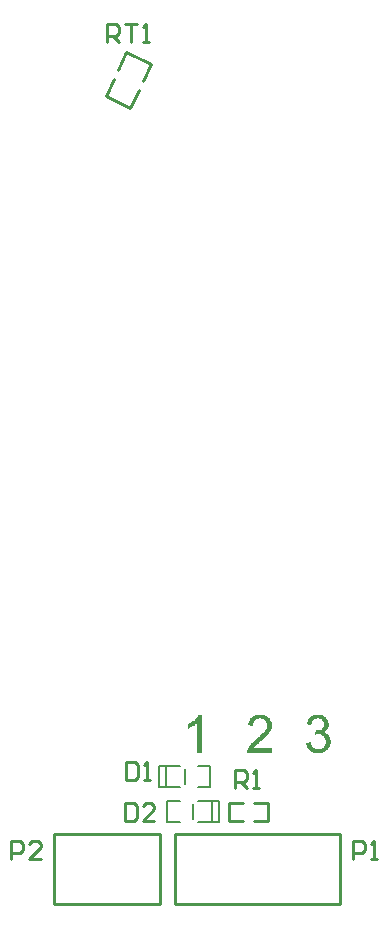
<source format=gto>
%FSLAX25Y25*%
%MOIN*%
G70*
G01*
G75*
%ADD10R,0.03800X0.03500*%
G04:AMPARAMS|DCode=11|XSize=39.37mil|YSize=50mil|CornerRadius=0mil|HoleSize=0mil|Usage=FLASHONLY|Rotation=65.000|XOffset=0mil|YOffset=0mil|HoleType=Round|Shape=Rectangle|*
%AMROTATEDRECTD11*
4,1,4,0.01434,-0.02841,-0.03098,-0.00728,-0.01434,0.02841,0.03098,0.00728,0.01434,-0.02841,0.0*
%
%ADD11ROTATEDRECTD11*%

%ADD12R,0.04000X0.05000*%
G04:AMPARAMS|DCode=13|XSize=40mil|YSize=50mil|CornerRadius=10mil|HoleSize=0mil|Usage=FLASHONLY|Rotation=0.000|XOffset=0mil|YOffset=0mil|HoleType=Round|Shape=RoundedRectangle|*
%AMROUNDEDRECTD13*
21,1,0.04000,0.03000,0,0,0.0*
21,1,0.02000,0.05000,0,0,0.0*
1,1,0.02000,0.01000,-0.01500*
1,1,0.02000,-0.01000,-0.01500*
1,1,0.02000,-0.01000,0.01500*
1,1,0.02000,0.01000,0.01500*
%
%ADD13ROUNDEDRECTD13*%
%ADD14R,0.11811X0.19685*%
%ADD15C,0.01000*%
%ADD16C,0.03937*%
%ADD17C,0.11811*%
%ADD18C,0.00500*%
%ADD19C,0.00600*%
G36*
X398352Y51181D02*
X396795D01*
Y61060D01*
X396776Y61041D01*
X396699Y60964D01*
X396565Y60868D01*
X396392Y60733D01*
X396180Y60561D01*
X395930Y60387D01*
X395642Y60176D01*
X395315Y59984D01*
X395296D01*
X395277Y59965D01*
X395162Y59888D01*
X394988Y59792D01*
X394777Y59676D01*
X394527Y59542D01*
X394258Y59426D01*
X393970Y59292D01*
X393701Y59177D01*
Y60695D01*
X393720D01*
X393758Y60714D01*
X393835Y60753D01*
X393912Y60810D01*
X394027Y60868D01*
X394162Y60926D01*
X394470Y61099D01*
X394815Y61310D01*
X395200Y61560D01*
X395584Y61848D01*
X395950Y62156D01*
X395969Y62175D01*
X395988Y62194D01*
X396103Y62309D01*
X396276Y62483D01*
X396488Y62694D01*
X396718Y62963D01*
X396949Y63251D01*
X397160Y63559D01*
X397333Y63866D01*
X398352D01*
Y51181D01*
D02*
G37*
G36*
X418095Y63847D02*
X418249Y63828D01*
X418422Y63809D01*
X418614Y63789D01*
X418825Y63732D01*
X419286Y63616D01*
X419767Y63443D01*
X420017Y63328D01*
X420247Y63194D01*
X420459Y63021D01*
X420670Y62848D01*
X420689Y62828D01*
X420709Y62809D01*
X420766Y62752D01*
X420843Y62675D01*
X420920Y62559D01*
X421016Y62444D01*
X421208Y62156D01*
X421401Y61791D01*
X421573Y61368D01*
X421708Y60887D01*
X421727Y60618D01*
X421746Y60349D01*
Y60311D01*
Y60215D01*
X421727Y60061D01*
X421708Y59869D01*
X421670Y59638D01*
X421612Y59388D01*
X421535Y59119D01*
X421420Y58850D01*
X421401Y58811D01*
X421362Y58715D01*
X421285Y58581D01*
X421170Y58389D01*
X421035Y58158D01*
X420862Y57889D01*
X420632Y57620D01*
X420382Y57312D01*
X420343Y57274D01*
X420247Y57158D01*
X420074Y56985D01*
X419959Y56870D01*
X419825Y56736D01*
X419671Y56582D01*
X419479Y56409D01*
X419286Y56236D01*
X419075Y56024D01*
X418844Y55813D01*
X418575Y55582D01*
X418306Y55352D01*
X417999Y55083D01*
X417979Y55063D01*
X417941Y55025D01*
X417864Y54967D01*
X417768Y54891D01*
X417537Y54698D01*
X417249Y54448D01*
X416961Y54179D01*
X416653Y53910D01*
X416403Y53680D01*
X416307Y53584D01*
X416211Y53487D01*
X416192Y53468D01*
X416153Y53411D01*
X416077Y53334D01*
X415980Y53218D01*
X415769Y52969D01*
X415558Y52661D01*
X421766D01*
Y51181D01*
X413405D01*
Y51200D01*
Y51277D01*
Y51393D01*
X413424Y51527D01*
X413444Y51681D01*
X413463Y51854D01*
X413520Y52046D01*
X413578Y52238D01*
Y52257D01*
X413597Y52277D01*
X413636Y52392D01*
X413713Y52546D01*
X413828Y52776D01*
X413962Y53026D01*
X414155Y53315D01*
X414347Y53603D01*
X414597Y53910D01*
Y53930D01*
X414635Y53949D01*
X414731Y54064D01*
X414885Y54237D01*
X415116Y54468D01*
X415404Y54737D01*
X415750Y55063D01*
X416173Y55429D01*
X416634Y55832D01*
X416653Y55852D01*
X416730Y55909D01*
X416826Y55986D01*
X416961Y56121D01*
X417134Y56255D01*
X417326Y56428D01*
X417749Y56793D01*
X418210Y57235D01*
X418671Y57678D01*
X418902Y57889D01*
X419094Y58100D01*
X419267Y58312D01*
X419421Y58504D01*
Y58523D01*
X419459Y58542D01*
X419498Y58600D01*
X419536Y58677D01*
X419652Y58869D01*
X419786Y59119D01*
X419921Y59407D01*
X420036Y59715D01*
X420113Y60061D01*
X420151Y60387D01*
Y60407D01*
Y60426D01*
X420132Y60541D01*
X420113Y60714D01*
X420074Y60926D01*
X419978Y61176D01*
X419863Y61425D01*
X419709Y61694D01*
X419479Y61944D01*
X419440Y61963D01*
X419363Y62040D01*
X419209Y62137D01*
X419017Y62271D01*
X418767Y62386D01*
X418479Y62483D01*
X418133Y62559D01*
X417749Y62579D01*
X417633D01*
X417557Y62559D01*
X417364Y62540D01*
X417114Y62502D01*
X416826Y62406D01*
X416519Y62290D01*
X416230Y62117D01*
X415961Y61887D01*
X415942Y61848D01*
X415865Y61771D01*
X415750Y61618D01*
X415635Y61406D01*
X415500Y61137D01*
X415404Y60830D01*
X415327Y60464D01*
X415289Y60041D01*
X413693Y60215D01*
Y60234D01*
Y60291D01*
X413713Y60387D01*
X413732Y60503D01*
X413770Y60657D01*
X413789Y60830D01*
X413905Y61214D01*
X414058Y61656D01*
X414270Y62098D01*
X414558Y62540D01*
X414712Y62732D01*
X414904Y62924D01*
X414923Y62944D01*
X414962Y62963D01*
X415020Y63021D01*
X415096Y63078D01*
X415212Y63136D01*
X415346Y63232D01*
X415500Y63309D01*
X415673Y63405D01*
X415865Y63482D01*
X416077Y63578D01*
X416327Y63655D01*
X416576Y63713D01*
X417153Y63828D01*
X417460Y63847D01*
X417787Y63866D01*
X417960D01*
X418095Y63847D01*
D02*
G37*
G36*
X437376D02*
X437626Y63809D01*
X437914Y63751D01*
X438241Y63674D01*
X438568Y63559D01*
X438895Y63405D01*
X438914D01*
X438933Y63386D01*
X439048Y63328D01*
X439202Y63232D01*
X439394Y63098D01*
X439606Y62924D01*
X439836Y62713D01*
X440048Y62463D01*
X440240Y62194D01*
X440259Y62156D01*
X440317Y62060D01*
X440394Y61906D01*
X440471Y61714D01*
X440547Y61464D01*
X440624Y61195D01*
X440682Y60906D01*
X440701Y60580D01*
Y60541D01*
Y60445D01*
X440682Y60291D01*
X440644Y60099D01*
X440586Y59869D01*
X440509Y59619D01*
X440413Y59350D01*
X440259Y59100D01*
X440240Y59061D01*
X440182Y58984D01*
X440067Y58869D01*
X439932Y58715D01*
X439740Y58542D01*
X439529Y58369D01*
X439260Y58177D01*
X438952Y58023D01*
X438971D01*
X439010Y58004D01*
X439068D01*
X439144Y57966D01*
X439337Y57908D01*
X439586Y57793D01*
X439855Y57658D01*
X440144Y57466D01*
X440432Y57235D01*
X440682Y56947D01*
X440701Y56909D01*
X440778Y56793D01*
X440874Y56620D01*
X441009Y56390D01*
X441124Y56101D01*
X441220Y55756D01*
X441297Y55352D01*
X441316Y54910D01*
Y54891D01*
Y54833D01*
Y54756D01*
X441297Y54641D01*
X441278Y54487D01*
X441259Y54333D01*
X441220Y54141D01*
X441162Y53949D01*
X441028Y53507D01*
X440932Y53257D01*
X440797Y53026D01*
X440663Y52796D01*
X440509Y52565D01*
X440317Y52334D01*
X440105Y52104D01*
X440086Y52084D01*
X440048Y52046D01*
X439990Y52008D01*
X439894Y51931D01*
X439779Y51835D01*
X439625Y51739D01*
X439452Y51642D01*
X439279Y51546D01*
X439068Y51431D01*
X438837Y51335D01*
X438587Y51239D01*
X438318Y51143D01*
X438030Y51066D01*
X437722Y51027D01*
X437395Y50989D01*
X437069Y50970D01*
X436915D01*
X436799Y50989D01*
X436646Y51008D01*
X436492Y51027D01*
X436300Y51047D01*
X436108Y51085D01*
X435666Y51200D01*
X435204Y51393D01*
X434974Y51489D01*
X434762Y51623D01*
X434532Y51777D01*
X434320Y51950D01*
X434301Y51969D01*
X434282Y51988D01*
X434224Y52046D01*
X434147Y52123D01*
X434070Y52238D01*
X433974Y52354D01*
X433859Y52488D01*
X433763Y52642D01*
X433532Y53026D01*
X433340Y53468D01*
X433167Y53968D01*
X433109Y54237D01*
X433071Y54525D01*
X434628Y54737D01*
Y54718D01*
X434647Y54679D01*
Y54602D01*
X434685Y54525D01*
X434743Y54295D01*
X434839Y54006D01*
X434954Y53699D01*
X435108Y53372D01*
X435300Y53084D01*
X435512Y52834D01*
X435550Y52815D01*
X435627Y52738D01*
X435762Y52661D01*
X435954Y52546D01*
X436165Y52450D01*
X436434Y52354D01*
X436742Y52277D01*
X437069Y52257D01*
X437184D01*
X437261Y52277D01*
X437453Y52296D01*
X437703Y52354D01*
X438010Y52450D01*
X438318Y52565D01*
X438625Y52757D01*
X438914Y53007D01*
X438952Y53045D01*
X439029Y53141D01*
X439144Y53295D01*
X439298Y53526D01*
X439433Y53795D01*
X439548Y54122D01*
X439625Y54487D01*
X439663Y54891D01*
Y54910D01*
Y54929D01*
Y54987D01*
X439644Y55063D01*
X439625Y55256D01*
X439567Y55506D01*
X439490Y55775D01*
X439356Y56082D01*
X439183Y56371D01*
X438952Y56640D01*
X438914Y56678D01*
X438837Y56755D01*
X438683Y56851D01*
X438472Y56985D01*
X438222Y57120D01*
X437914Y57216D01*
X437588Y57293D01*
X437203Y57332D01*
X437030D01*
X436896Y57312D01*
X436742Y57293D01*
X436550Y57274D01*
X436338Y57235D01*
X436108Y57178D01*
X436281Y58542D01*
X436377D01*
X436454Y58523D01*
X436703D01*
X436876Y58542D01*
X437126Y58581D01*
X437395Y58639D01*
X437684Y58735D01*
X437991Y58850D01*
X438299Y59023D01*
X438337Y59042D01*
X438433Y59119D01*
X438549Y59254D01*
X438702Y59426D01*
X438856Y59638D01*
X438971Y59907D01*
X439068Y60234D01*
X439106Y60618D01*
Y60637D01*
Y60657D01*
Y60753D01*
X439068Y60906D01*
X439029Y61118D01*
X438971Y61329D01*
X438856Y61560D01*
X438722Y61810D01*
X438529Y62021D01*
X438510Y62040D01*
X438433Y62117D01*
X438299Y62213D01*
X438126Y62309D01*
X437914Y62425D01*
X437664Y62502D01*
X437376Y62579D01*
X437049Y62598D01*
X436896D01*
X436723Y62559D01*
X436530Y62521D01*
X436281Y62463D01*
X436031Y62348D01*
X435781Y62213D01*
X435531Y62021D01*
X435512Y62002D01*
X435435Y61925D01*
X435339Y61791D01*
X435223Y61598D01*
X435089Y61368D01*
X434974Y61079D01*
X434858Y60733D01*
X434781Y60330D01*
X433225Y60599D01*
Y60618D01*
X433244Y60676D01*
X433263Y60753D01*
X433282Y60849D01*
X433321Y60983D01*
X433359Y61137D01*
X433494Y61483D01*
X433647Y61867D01*
X433878Y62271D01*
X434147Y62655D01*
X434493Y63001D01*
X434512Y63021D01*
X434532Y63040D01*
X434589Y63078D01*
X434685Y63136D01*
X434781Y63194D01*
X434897Y63270D01*
X435185Y63443D01*
X435550Y63597D01*
X435992Y63732D01*
X436473Y63828D01*
X436742Y63866D01*
X437184D01*
X437376Y63847D01*
D02*
G37*
D15*
X407423Y28496D02*
Y34496D01*
Y28496D02*
X412123D01*
X407423Y34496D02*
X412123D01*
X415623Y28496D02*
X420323D01*
X415623Y34496D02*
X420323D01*
Y28496D02*
Y34496D01*
X373225Y284621D02*
X381400Y280809D01*
X370478Y278730D02*
X373225Y284621D01*
X378653Y274918D02*
X381400Y280809D01*
X366405Y269948D02*
X374562Y266145D01*
X377343Y272108D01*
X366405Y269948D02*
X369144Y275821D01*
X348961Y567D02*
Y24189D01*
X384394D01*
Y567D02*
Y24189D01*
X348961Y567D02*
X384394D01*
X389339D02*
Y24189D01*
X444457D01*
Y567D02*
Y24189D01*
X389339Y567D02*
X444457D01*
X373067Y47919D02*
Y41921D01*
X376066D01*
X377066Y42921D01*
Y46920D01*
X376066Y47919D01*
X373067D01*
X379065Y41921D02*
X381064D01*
X380065D01*
Y47919D01*
X379065Y46920D01*
X372567Y34297D02*
Y28299D01*
X375566D01*
X376566Y29299D01*
Y33298D01*
X375566Y34297D01*
X372567D01*
X382564Y28299D02*
X378565D01*
X382564Y32298D01*
Y33298D01*
X381564Y34297D01*
X379565D01*
X378565Y33298D01*
X448819Y15748D02*
Y21746D01*
X451818D01*
X452818Y20746D01*
Y18747D01*
X451818Y17747D01*
X448819D01*
X454817Y15748D02*
X456816D01*
X455817D01*
Y21746D01*
X454817Y20746D01*
X409449Y39370D02*
Y45368D01*
X412448D01*
X413448Y44368D01*
Y42369D01*
X412448Y41369D01*
X409449D01*
X411448D02*
X413448Y39370D01*
X415447D02*
X417446D01*
X416447D01*
Y45368D01*
X415447Y44368D01*
X334646Y15748D02*
Y21746D01*
X337645D01*
X338644Y20746D01*
Y18747D01*
X337645Y17747D01*
X334646D01*
X344642Y15748D02*
X340644D01*
X344642Y19747D01*
Y20746D01*
X343643Y21746D01*
X341643D01*
X340644Y20746D01*
X366868Y288090D02*
Y294088D01*
X369867D01*
X370866Y293088D01*
Y291089D01*
X369867Y290089D01*
X366868D01*
X368867D02*
X370866Y288090D01*
X372866Y294088D02*
X376865D01*
X374865D01*
Y288090D01*
X378864D02*
X380863D01*
X379864D01*
Y294088D01*
X378864Y293088D01*
D18*
X395264Y28996D02*
Y33996D01*
X392764Y40807D02*
Y45807D01*
D19*
X387079Y28035D02*
X391079D01*
X386878D02*
Y35035D01*
X391079D01*
X397079D02*
X401575D01*
X403937Y28035D02*
Y35035D01*
X397079Y28035D02*
X401575D01*
Y35035D01*
X403937D01*
X401575Y28035D02*
X403937D01*
X396949Y46768D02*
X400949D01*
X401150Y39768D02*
Y46768D01*
X396949Y39768D02*
X401150D01*
X386453D02*
X390949D01*
X384090D02*
Y46768D01*
X386453D02*
X390949D01*
X386453Y39768D02*
Y46768D01*
X384090Y39768D02*
X386453D01*
X384090Y46768D02*
X386453D01*
M02*

</source>
